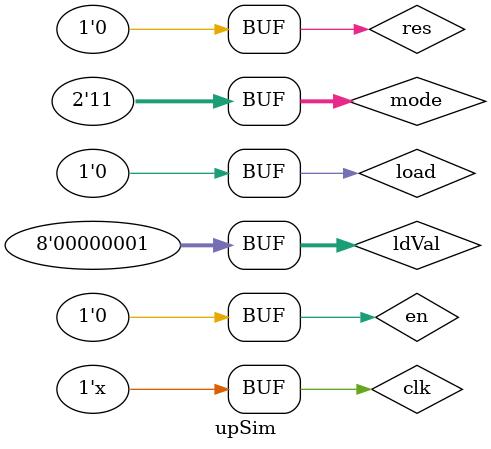
<source format=v>
`timescale 1ns / 1ps

module upSim(    );

    reg clk, en, res, load;
    reg[1:0] mode;
    reg[7:0] ldVal;
    wire [3:0]an;
    wire [6:0]sseg;
    wire dp;

 TimerTop t1(
    clk,
    en,
    res,
    load,
    mode,
    ldVal,
    an,
    sseg,
    dp
    );
 
 initial begin
    clk = 1'b0;
    en = 0;
    res = 1;
    load=0; 
    ldVal = 8'b10011001;
    mode = 2'b00;
    
    #50;
    res = 0;
    en = 1;
    #50 
    en = 0;
    
    #250000
    mode = 2'b01;
    res = 1;
    #50 
    res = 0;
    #250000
    mode = 2'b10;
    res = 1;
    #50 
    res = 0;    
    #250000
    res = 1;
    ldVal = 8'b00000001;
    #50 
    res = 0;    
    mode = 2'b11;
    
 end
 
 always begin
    #1 clk = ~clk;
 end
endmodule

</source>
